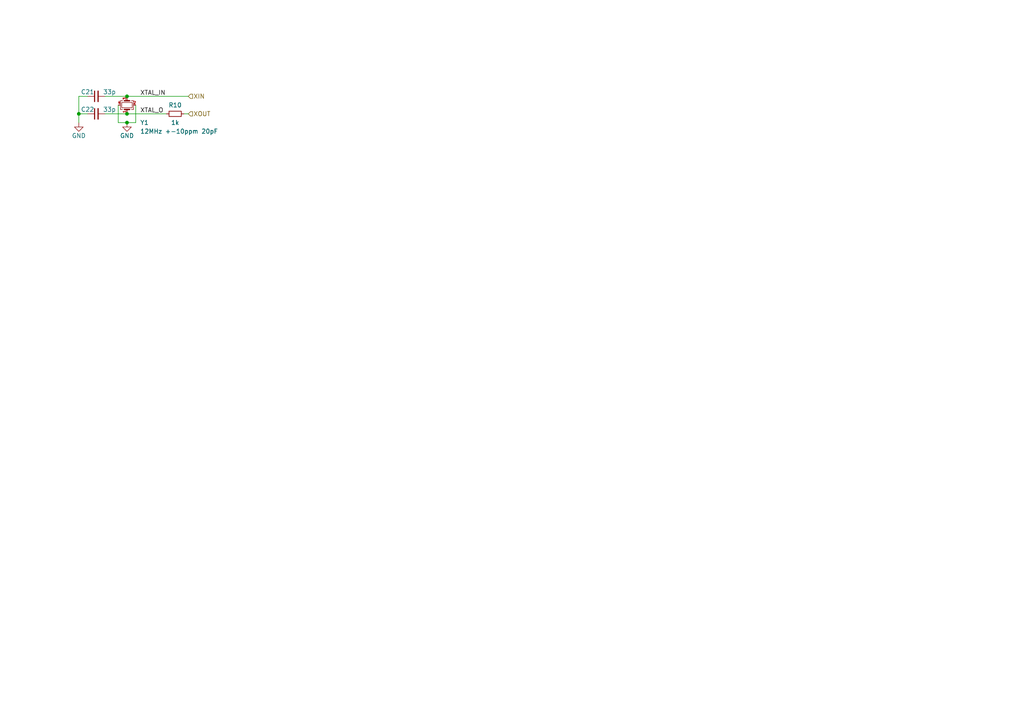
<source format=kicad_sch>
(kicad_sch (version 20231120) (generator "eeschema") (generator_version "8.0")
  (paper "A4")
  (lib_symbols
    (symbol "Device:C_Small" (pin_numbers hide) (pin_names (offset 0.254) hide)
      (property "Reference" "C" (at 0.254 1.778 0))
      (property "Value" "C_Small" (at 0.254 -2.032 0))
      (symbol "C_Small_0_1"
        (polyline (pts (xy -1.524 -0.508) (xy 1.524 -0.508)) (stroke (width 0.3302)))
        (polyline (pts (xy -1.524 0.508) (xy 1.524 0.508)) (stroke (width 0.3048)))
      )
      (symbol "C_Small_1_1"
        (pin passive line (at 0 2.54 270) (length 2.032) (name "~") (number "1"))
        (pin passive line (at 0 -2.54 90) (length 2.032) (name "~") (number "2"))
      )
    )
    (symbol "Device:Crystal_GND24_Small" (pin_names (offset 1.016) hide)
      (property "Reference" "Y" (at 1.27 4.445 0))
      (property "Value" "Crystal_GND24_Small" (at 1.27 2.54 0))
      (symbol "Crystal_GND24_Small_0_1"
        (rectangle (start -0.762 -1.524) (end 0.762 1.524))
        (polyline (pts (xy -1.27 -0.762) (xy -1.27 0.762)) (stroke (width 0.381)))
        (polyline (pts (xy 1.27 -0.762) (xy 1.27 0.762)) (stroke (width 0.381)))
        (polyline (pts (xy -1.27 -1.27) (xy -1.27 -1.905) (xy 1.27 -1.905) (xy 1.27 -1.27)))
        (polyline (pts (xy -1.27 1.27) (xy -1.27 1.905) (xy 1.27 1.905) (xy 1.27 1.27)))
      )
      (symbol "Crystal_GND24_Small_1_1"
        (pin passive line (at -2.54 0 0) (length 1.27) (name "1") (number "1"))
        (pin passive line (at 0 -2.54 90) (length 0.635) (name "2") (number "2"))
        (pin passive line (at 2.54 0 180) (length 1.27) (name "3") (number "3"))
        (pin passive line (at 0 2.54 270) (length 0.635) (name "4") (number "4"))
      )
    )
    (symbol "Device:R_Small" (pin_numbers hide) (pin_names (offset 0.254) hide)
      (property "Reference" "R" (at 0.762 0.508 0))
      (property "Value" "R_Small" (at 0.762 -1.016 0))
      (symbol "R_Small_0_1"
        (rectangle (start -0.762 1.778) (end 0.762 -1.778) (stroke (width 0.2032)))
      )
      (symbol "R_Small_1_1"
        (pin passive line (at 0 2.54 270) (length 0.762) (name "~") (number "1"))
        (pin passive line (at 0 -2.54 90) (length 0.762) (name "~") (number "2"))
      )
    )
    (symbol "power:GND" (power) (pin_names (offset 0))
      (property "Value" "GND" (at 0 -3.81 0))
      (symbol "GND_0_1"
        (polyline (pts (xy 0 0) (xy 0 -1.27) (xy 1.27 -1.27) (xy 0 -2.54) (xy -1.27 -1.27) (xy 0 -1.27)))
      )
      (symbol "GND_1_1"
        (pin power_in line (at 0 0 270) (length 0) hide (name "GND") (number "1"))
      )
    )
  )
  (junction (at 36.83 35.56))
  (junction (at 36.83 27.94))
  (junction (at 36.83 33.02))
  (junction (at 22.86 33.02))
  (wire (pts (xy 39.37 35.56) (xy 36.83 35.56)))
  (wire (pts (xy 36.83 33.02) (xy 48.26 33.02)))
  (wire (pts (xy 22.86 27.94) (xy 22.86 33.02)))
  (wire (pts (xy 36.83 27.94) (xy 54.61 27.94)))
  (wire (pts (xy 53.34 33.02) (xy 54.61 33.02)))
  (wire (pts (xy 34.29 30.48) (xy 34.29 35.56)))
  (wire (pts (xy 22.86 33.02) (xy 25.4 33.02)))
  (wire (pts (xy 25.4 27.94) (xy 22.86 27.94)))
  (wire (pts (xy 22.86 33.02) (xy 22.86 35.56)))
  (wire (pts (xy 30.48 27.94) (xy 36.83 27.94)))
  (wire (pts (xy 34.29 35.56) (xy 36.83 35.56)))
  (wire (pts (xy 30.48 33.02) (xy 36.83 33.02)))
  (wire (pts (xy 39.37 30.48) (xy 39.37 35.56)))
  (label "XTAL_IN" (at 40.64 27.94 0))
  (label "XTAL_O" (at 40.64 33.02 0))
  (hierarchical_label "XIN" (shape input) (at 54.61 27.94 0))
  (hierarchical_label "XOUT" (shape input) (at 54.61 33.02 0))
  (symbol (lib_id "power:GND") (at 22.86 35.56 0) (unit 1)
    (property "Reference" "#PWR028" (effects (hide yes)))
    (property "Value" "GND" (at 22.86 39.37 0))
  )
  (symbol (lib_id "Device:C_Small") (at 27.94 27.94 90) (unit 1)
    (property "Reference" "C21" (at 25.4 26.67 90))
    (property "Value" "33p" (at 31.75 26.67 90))
    (property "Footprint" "Capacitor_SMD:C_0402_1005Metric" (effects (hide yes)))
    (property "LCSC" "C1562" (effects (hide yes)))
  )
  (symbol (lib_id "Device:Crystal_GND24_Small") (at 36.83 30.48 90) (unit 1)
    (property "Reference" "Y1" (at 40.64 35.56 90) (effects (justify right)))
    (property "Value" "12MHz +-10ppm 20pF" (at 40.64 38.1 90) (effects (justify right)))
    (property "Footprint" "Crystal:Crystal_SMD_3225-4Pin_3.2x2.5mm" (effects (hide yes)))
    (property "Description" "X322512MSB4SI" (effects (hide yes)))
    (property "LCSC" "C9002" (effects (hide yes)))
  )
  (symbol (lib_id "Device:R_Small") (at 50.8 33.02 90) (unit 1)
    (property "Reference" "R10" (at 50.8 30.48 90))
    (property "Value" "1k" (at 50.8 35.56 90))
    (property "Footprint" "Resistor_SMD:R_0402_1005Metric" (effects (hide yes)))
    (property "LCSC" "C11702" (effects (hide yes)))
  )
  (symbol (lib_id "power:GND") (at 36.83 35.56 0) (unit 1)
    (property "Reference" "#PWR029" (effects (hide yes)))
    (property "Value" "GND" (at 36.83 39.37 0))
  )
  (symbol (lib_id "Device:C_Small") (at 27.94 33.02 90) (unit 1)
    (property "Reference" "C22" (at 25.4 31.75 90))
    (property "Value" "33p" (at 31.75 31.75 90))
    (property "Footprint" "Capacitor_SMD:C_0402_1005Metric" (effects (hide yes)))
    (property "LCSC" "C1562" (effects (hide yes)))
  )
)
</source>
